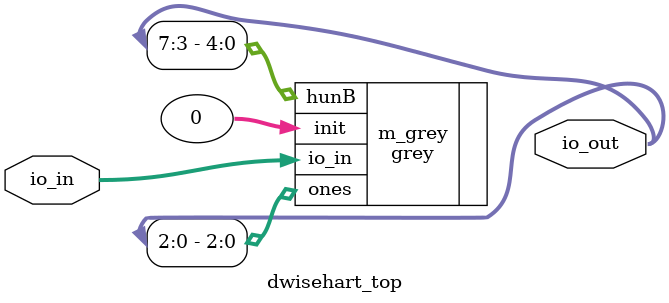
<source format=v>
`default_nettype none
`timescale 1ns/1ps

module dwisehart_top
(
 input [7:0]  io_in,
 output [7:0] io_out
);

   // In hardware this module drive LED segments, so we need the slowest changing bits.
   //  Plus I add the three fastest changing bits to probe with a scope.
   grey m_grey
   (
    .io_in ( io_in ),
    .init  ( 0 ),
    .hunB  ( io_out[7:3] ),
    .ones  ( io_out[2:0] )
   );

endmodule

</source>
